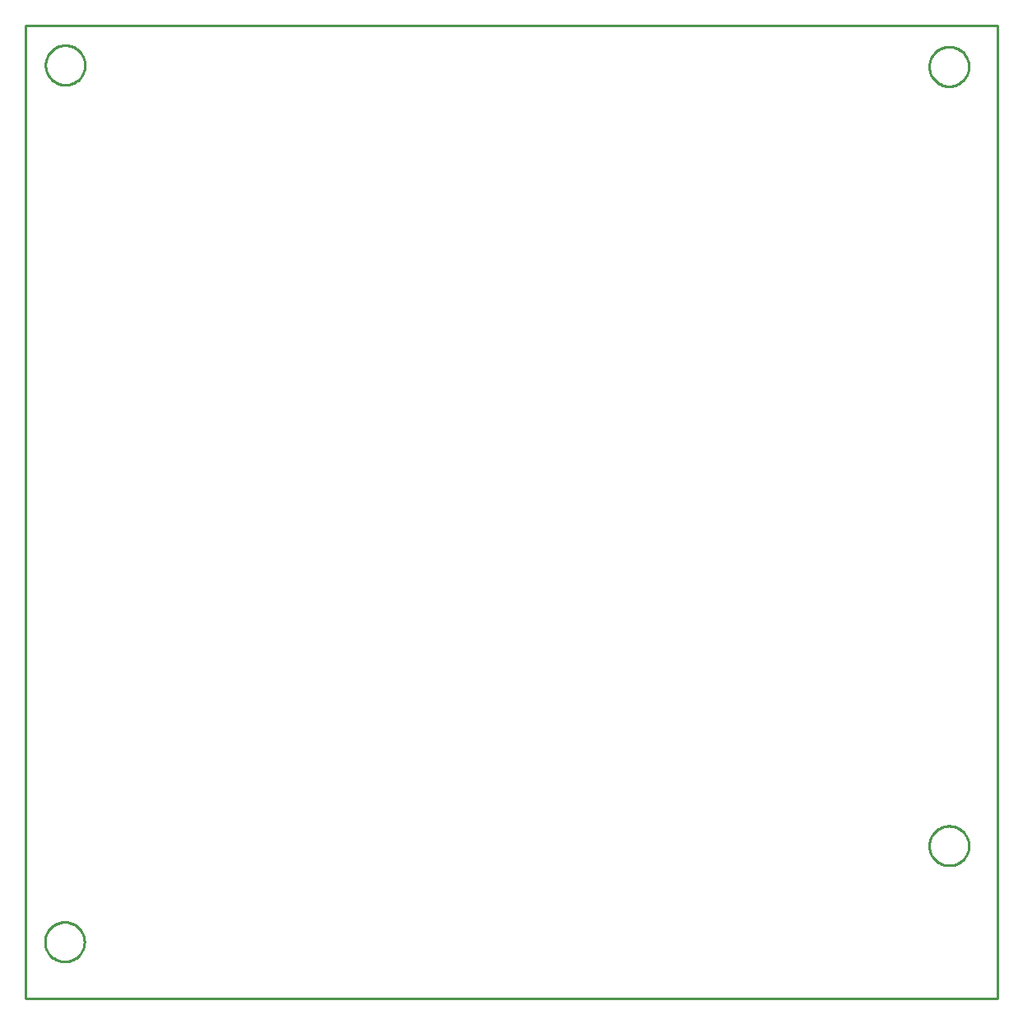
<source format=gbr>
G04 EAGLE Gerber X2 export*
%TF.Part,Single*%
%TF.FileFunction,Profile,NP*%
%TF.FilePolarity,Positive*%
%TF.GenerationSoftware,Autodesk,EAGLE,9.1.2*%
%TF.CreationDate,2019-04-25T09:22:07Z*%
G75*
%MOMM*%
%FSLAX34Y34*%
%LPD*%
%AMOC8*
5,1,8,0,0,1.08239X$1,22.5*%
G01*
%ADD10C,0.254000*%


D10*
X0Y-187960D02*
X1000000Y-187960D01*
X1000000Y812700D01*
X0Y812700D01*
X0Y-187960D01*
X970240Y-31622D02*
X970166Y-32848D01*
X970018Y-34067D01*
X969796Y-35275D01*
X969503Y-36467D01*
X969137Y-37640D01*
X968702Y-38788D01*
X968198Y-39908D01*
X967627Y-40995D01*
X966992Y-42046D01*
X966294Y-43057D01*
X965537Y-44023D01*
X964723Y-44943D01*
X963854Y-45811D01*
X962935Y-46625D01*
X961968Y-47383D01*
X960958Y-48080D01*
X959907Y-48715D01*
X958820Y-49286D01*
X957700Y-49790D01*
X956551Y-50226D01*
X955379Y-50591D01*
X954187Y-50885D01*
X952979Y-51106D01*
X951760Y-51254D01*
X950534Y-51328D01*
X949306Y-51328D01*
X948080Y-51254D01*
X946861Y-51106D01*
X945653Y-50885D01*
X944461Y-50591D01*
X943289Y-50226D01*
X942140Y-49790D01*
X941021Y-49286D01*
X939933Y-48715D01*
X938882Y-48080D01*
X937872Y-47383D01*
X936905Y-46625D01*
X935986Y-45811D01*
X935117Y-44943D01*
X934303Y-44023D01*
X933546Y-43057D01*
X932848Y-42046D01*
X932213Y-40995D01*
X931642Y-39908D01*
X931138Y-38788D01*
X930703Y-37640D01*
X930337Y-36467D01*
X930044Y-35275D01*
X929822Y-34067D01*
X929674Y-32848D01*
X929600Y-31622D01*
X929600Y-30394D01*
X929674Y-29168D01*
X929822Y-27949D01*
X930044Y-26742D01*
X930337Y-25549D01*
X930703Y-24377D01*
X931138Y-23229D01*
X931642Y-22109D01*
X932213Y-21021D01*
X932848Y-19971D01*
X933546Y-18960D01*
X934303Y-17993D01*
X935117Y-17074D01*
X935986Y-16206D01*
X936905Y-15391D01*
X937872Y-14634D01*
X938882Y-13936D01*
X939933Y-13301D01*
X941021Y-12730D01*
X942140Y-12226D01*
X943289Y-11791D01*
X944461Y-11426D01*
X945653Y-11132D01*
X946861Y-10910D01*
X948080Y-10762D01*
X949306Y-10688D01*
X950534Y-10688D01*
X951760Y-10762D01*
X952979Y-10910D01*
X954187Y-11132D01*
X955379Y-11426D01*
X956551Y-11791D01*
X957700Y-12226D01*
X958820Y-12730D01*
X959907Y-13301D01*
X960958Y-13936D01*
X961968Y-14634D01*
X962935Y-15391D01*
X963854Y-16206D01*
X964723Y-17074D01*
X965537Y-17993D01*
X966294Y-18960D01*
X966992Y-19971D01*
X967627Y-21021D01*
X968198Y-22109D01*
X968702Y-23229D01*
X969137Y-24377D01*
X969503Y-25549D01*
X969796Y-26742D01*
X970018Y-27949D01*
X970166Y-29168D01*
X970240Y-30394D01*
X970240Y-31622D01*
X970240Y769896D02*
X970166Y768670D01*
X970018Y767451D01*
X969796Y766243D01*
X969503Y765051D01*
X969137Y763879D01*
X968702Y762730D01*
X968198Y761611D01*
X967627Y760523D01*
X966992Y759472D01*
X966294Y758462D01*
X965537Y757495D01*
X964723Y756576D01*
X963854Y755707D01*
X962935Y754893D01*
X961968Y754136D01*
X960958Y753438D01*
X959907Y752803D01*
X958820Y752232D01*
X957700Y751728D01*
X956551Y751293D01*
X955379Y750927D01*
X954187Y750634D01*
X952979Y750412D01*
X951760Y750264D01*
X950534Y750190D01*
X949306Y750190D01*
X948080Y750264D01*
X946861Y750412D01*
X945653Y750634D01*
X944461Y750927D01*
X943289Y751293D01*
X942140Y751728D01*
X941021Y752232D01*
X939933Y752803D01*
X938882Y753438D01*
X937872Y754136D01*
X936905Y754893D01*
X935986Y755707D01*
X935117Y756576D01*
X934303Y757495D01*
X933546Y758462D01*
X932848Y759472D01*
X932213Y760523D01*
X931642Y761611D01*
X931138Y762730D01*
X930703Y763879D01*
X930337Y765051D01*
X930044Y766243D01*
X929822Y767451D01*
X929674Y768670D01*
X929600Y769896D01*
X929600Y771124D01*
X929674Y772350D01*
X929822Y773569D01*
X930044Y774777D01*
X930337Y775969D01*
X930703Y777141D01*
X931138Y778290D01*
X931642Y779410D01*
X932213Y780497D01*
X932848Y781548D01*
X933546Y782558D01*
X934303Y783525D01*
X935117Y784444D01*
X935986Y785313D01*
X936905Y786127D01*
X937872Y786884D01*
X938882Y787582D01*
X939933Y788217D01*
X941021Y788788D01*
X942140Y789292D01*
X943289Y789727D01*
X944461Y790093D01*
X945653Y790386D01*
X946861Y790608D01*
X948080Y790756D01*
X949306Y790830D01*
X950534Y790830D01*
X951760Y790756D01*
X952979Y790608D01*
X954187Y790386D01*
X955379Y790093D01*
X956551Y789727D01*
X957700Y789292D01*
X958820Y788788D01*
X959907Y788217D01*
X960958Y787582D01*
X961968Y786884D01*
X962935Y786127D01*
X963854Y785313D01*
X964723Y784444D01*
X965537Y783525D01*
X966294Y782558D01*
X966992Y781548D01*
X967627Y780497D01*
X968198Y779410D01*
X968702Y778290D01*
X969137Y777141D01*
X969503Y775969D01*
X969796Y774777D01*
X970018Y773569D01*
X970166Y772350D01*
X970240Y771124D01*
X970240Y769896D01*
X61120Y771386D02*
X61046Y770160D01*
X60898Y768941D01*
X60676Y767733D01*
X60383Y766541D01*
X60017Y765369D01*
X59582Y764220D01*
X59078Y763101D01*
X58507Y762013D01*
X57872Y760962D01*
X57174Y759952D01*
X56417Y758985D01*
X55603Y758066D01*
X54734Y757197D01*
X53815Y756383D01*
X52848Y755626D01*
X51838Y754928D01*
X50787Y754293D01*
X49700Y753722D01*
X48580Y753218D01*
X47431Y752783D01*
X46259Y752417D01*
X45067Y752124D01*
X43859Y751902D01*
X42640Y751754D01*
X41414Y751680D01*
X40186Y751680D01*
X38960Y751754D01*
X37741Y751902D01*
X36533Y752124D01*
X35341Y752417D01*
X34169Y752783D01*
X33020Y753218D01*
X31901Y753722D01*
X30813Y754293D01*
X29762Y754928D01*
X28752Y755626D01*
X27785Y756383D01*
X26866Y757197D01*
X25997Y758066D01*
X25183Y758985D01*
X24426Y759952D01*
X23728Y760962D01*
X23093Y762013D01*
X22522Y763101D01*
X22018Y764220D01*
X21583Y765369D01*
X21217Y766541D01*
X20924Y767733D01*
X20702Y768941D01*
X20554Y770160D01*
X20480Y771386D01*
X20480Y772614D01*
X20554Y773840D01*
X20702Y775059D01*
X20924Y776267D01*
X21217Y777459D01*
X21583Y778631D01*
X22018Y779780D01*
X22522Y780900D01*
X23093Y781987D01*
X23728Y783038D01*
X24426Y784048D01*
X25183Y785015D01*
X25997Y785934D01*
X26866Y786803D01*
X27785Y787617D01*
X28752Y788374D01*
X29762Y789072D01*
X30813Y789707D01*
X31901Y790278D01*
X33020Y790782D01*
X34169Y791217D01*
X35341Y791583D01*
X36533Y791876D01*
X37741Y792098D01*
X38960Y792246D01*
X40186Y792320D01*
X41414Y792320D01*
X42640Y792246D01*
X43859Y792098D01*
X45067Y791876D01*
X46259Y791583D01*
X47431Y791217D01*
X48580Y790782D01*
X49700Y790278D01*
X50787Y789707D01*
X51838Y789072D01*
X52848Y788374D01*
X53815Y787617D01*
X54734Y786803D01*
X55603Y785934D01*
X56417Y785015D01*
X57174Y784048D01*
X57872Y783038D01*
X58507Y781987D01*
X59078Y780900D01*
X59582Y779780D01*
X60017Y778631D01*
X60383Y777459D01*
X60676Y776267D01*
X60898Y775059D01*
X61046Y773840D01*
X61120Y772614D01*
X61120Y771386D01*
X60490Y-130464D02*
X60416Y-131690D01*
X60268Y-132909D01*
X60046Y-134117D01*
X59753Y-135309D01*
X59387Y-136481D01*
X58952Y-137630D01*
X58448Y-138750D01*
X57877Y-139837D01*
X57242Y-140888D01*
X56544Y-141898D01*
X55787Y-142865D01*
X54973Y-143784D01*
X54104Y-144653D01*
X53185Y-145467D01*
X52218Y-146224D01*
X51208Y-146922D01*
X50157Y-147557D01*
X49070Y-148128D01*
X47950Y-148632D01*
X46801Y-149067D01*
X45629Y-149433D01*
X44437Y-149726D01*
X43229Y-149948D01*
X42010Y-150096D01*
X40784Y-150170D01*
X39556Y-150170D01*
X38330Y-150096D01*
X37111Y-149948D01*
X35903Y-149726D01*
X34711Y-149433D01*
X33539Y-149067D01*
X32390Y-148632D01*
X31271Y-148128D01*
X30183Y-147557D01*
X29132Y-146922D01*
X28122Y-146224D01*
X27155Y-145467D01*
X26236Y-144653D01*
X25367Y-143784D01*
X24553Y-142865D01*
X23796Y-141898D01*
X23098Y-140888D01*
X22463Y-139837D01*
X21892Y-138750D01*
X21388Y-137630D01*
X20953Y-136481D01*
X20587Y-135309D01*
X20294Y-134117D01*
X20072Y-132909D01*
X19924Y-131690D01*
X19850Y-130464D01*
X19850Y-129236D01*
X19924Y-128010D01*
X20072Y-126791D01*
X20294Y-125583D01*
X20587Y-124391D01*
X20953Y-123219D01*
X21388Y-122070D01*
X21892Y-120951D01*
X22463Y-119863D01*
X23098Y-118812D01*
X23796Y-117802D01*
X24553Y-116835D01*
X25367Y-115916D01*
X26236Y-115047D01*
X27155Y-114233D01*
X28122Y-113476D01*
X29132Y-112778D01*
X30183Y-112143D01*
X31271Y-111572D01*
X32390Y-111068D01*
X33539Y-110633D01*
X34711Y-110267D01*
X35903Y-109974D01*
X37111Y-109752D01*
X38330Y-109604D01*
X39556Y-109530D01*
X40784Y-109530D01*
X42010Y-109604D01*
X43229Y-109752D01*
X44437Y-109974D01*
X45629Y-110267D01*
X46801Y-110633D01*
X47950Y-111068D01*
X49070Y-111572D01*
X50157Y-112143D01*
X51208Y-112778D01*
X52218Y-113476D01*
X53185Y-114233D01*
X54104Y-115047D01*
X54973Y-115916D01*
X55787Y-116835D01*
X56544Y-117802D01*
X57242Y-118812D01*
X57877Y-119863D01*
X58448Y-120951D01*
X58952Y-122070D01*
X59387Y-123219D01*
X59753Y-124391D01*
X60046Y-125583D01*
X60268Y-126791D01*
X60416Y-128010D01*
X60490Y-129236D01*
X60490Y-130464D01*
M02*

</source>
